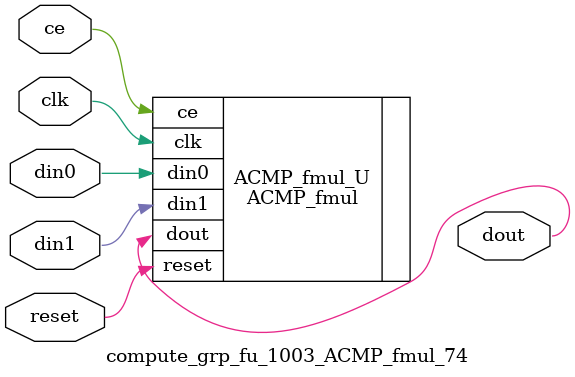
<source format=v>

`timescale 1 ns / 1 ps
module compute_grp_fu_1003_ACMP_fmul_74(
    clk,
    reset,
    ce,
    din0,
    din1,
    dout);

parameter ID = 32'd1;
parameter NUM_STAGE = 32'd1;
parameter din0_WIDTH = 32'd1;
parameter din1_WIDTH = 32'd1;
parameter dout_WIDTH = 32'd1;
input clk;
input reset;
input ce;
input[din0_WIDTH - 1:0] din0;
input[din1_WIDTH - 1:0] din1;
output[dout_WIDTH - 1:0] dout;



ACMP_fmul #(
.ID( ID ),
.NUM_STAGE( 4 ),
.din0_WIDTH( din0_WIDTH ),
.din1_WIDTH( din1_WIDTH ),
.dout_WIDTH( dout_WIDTH ))
ACMP_fmul_U(
    .clk( clk ),
    .reset( reset ),
    .ce( ce ),
    .din0( din0 ),
    .din1( din1 ),
    .dout( dout ));

endmodule

</source>
